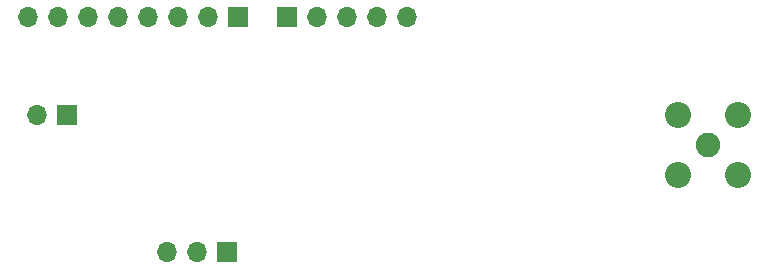
<source format=gbr>
%TF.GenerationSoftware,KiCad,Pcbnew,7.0.9*%
%TF.CreationDate,2024-11-24T18:14:13+08:00*%
%TF.ProjectId,node_v0.1,6e6f6465-5f76-4302-9e31-2e6b69636164,rev?*%
%TF.SameCoordinates,Original*%
%TF.FileFunction,Soldermask,Bot*%
%TF.FilePolarity,Negative*%
%FSLAX46Y46*%
G04 Gerber Fmt 4.6, Leading zero omitted, Abs format (unit mm)*
G04 Created by KiCad (PCBNEW 7.0.9) date 2024-11-24 18:14:13*
%MOMM*%
%LPD*%
G01*
G04 APERTURE LIST*
%ADD10R,1.700000X1.700000*%
%ADD11O,1.700000X1.700000*%
%ADD12C,2.082800*%
%ADD13C,2.209800*%
G04 APERTURE END LIST*
D10*
%TO.C,J5*%
X97075000Y-65100000D03*
D11*
X94535000Y-65100000D03*
%TD*%
D10*
%TO.C,J4*%
X111560000Y-56800000D03*
D11*
X109020000Y-56800000D03*
X106480000Y-56800000D03*
X103940000Y-56800000D03*
X101400000Y-56800000D03*
X98860000Y-56800000D03*
X96320000Y-56800000D03*
X93780000Y-56800000D03*
%TD*%
D10*
%TO.C,J1*%
X115660000Y-56800000D03*
D11*
X118200000Y-56800000D03*
X120740000Y-56800000D03*
X123280000Y-56800000D03*
X125820000Y-56800000D03*
%TD*%
D12*
%TO.C,AE1*%
X151300000Y-67700000D03*
D13*
X153840000Y-65160000D03*
X148760000Y-65160000D03*
X153840000Y-70240000D03*
X148760000Y-70240000D03*
%TD*%
D10*
%TO.C,J2*%
X110625000Y-76700000D03*
D11*
X108085000Y-76700000D03*
X105545000Y-76700000D03*
%TD*%
M02*

</source>
